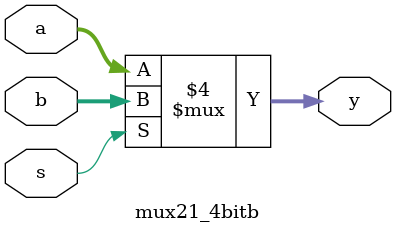
<source format=v>
module mux21_4bitb(
	input wire [3:0] a,
	input wire [3:0] b,
	input wire s,
	output reg [3:0] y
);
  always @ (*)
  if(s == 0)
    y = a;
  else
    y = b;
endmodule
</source>
